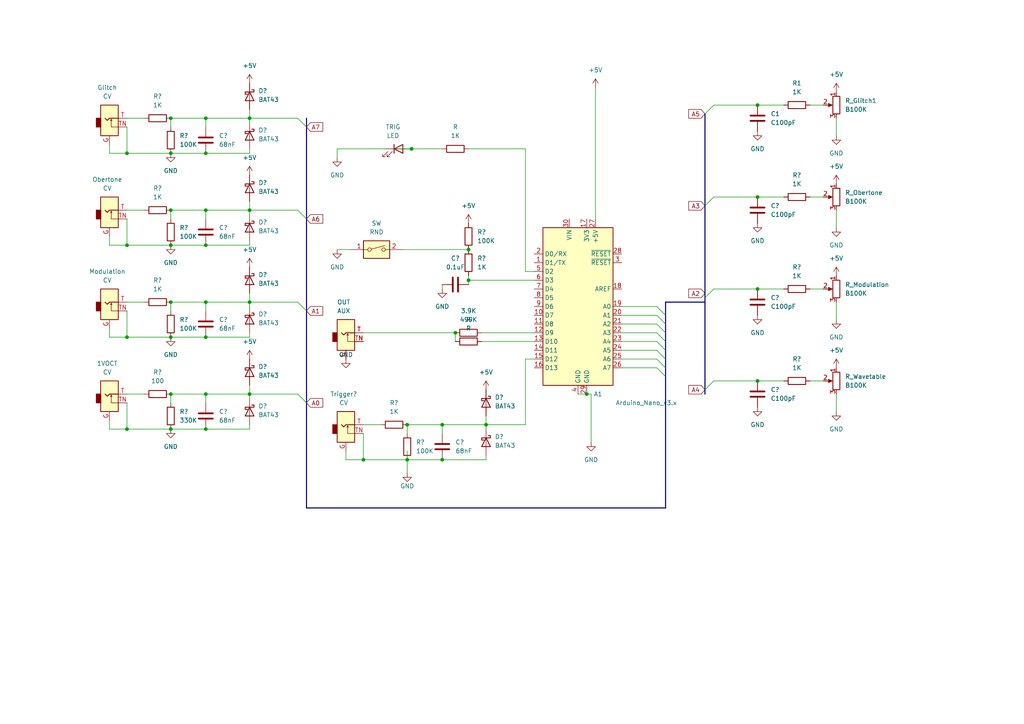
<source format=kicad_sch>
(kicad_sch (version 20211123) (generator eeschema)
  (paper "A4")
  (lib_symbols
    (symbol "Connector:AudioJack1_Ground_SwitchT"
      (property "Reference" "J" (at 0 8.89 0))
      (property "Value" "AudioJack1_Ground_SwitchT" (at 0 6.35 0))
      (symbol "AudioJack1_Ground_SwitchT_0_1"
        (rectangle (start -2.54 0) (end -3.81 -2.54) (stroke (width 0.254)) (fill (type outline)))
        (polyline (pts (xy 0.508 -0.254) (xy 0.762 -0.762)))
        (polyline (pts (xy -1.27 0) (xy -0.635 -0.635) (xy 0 0) (xy 2.54 0)) (stroke (width 0.254)))
        (polyline (pts (xy 2.54 -2.54) (xy 0.508 -2.54) (xy 0.508 -0.254) (xy 0.254 -0.762)))
        (rectangle (start 2.54 3.81) (end -2.54 -5.08) (stroke (width 0.254)) (fill (type background)))
      )
      (symbol "AudioJack1_Ground_SwitchT_1_1"
        (pin passive line (at 0 -7.62 90) (length 2.54) (name "~") (number "G"))
        (pin passive line (at 5.08 0 180) (length 2.54) (name "~") (number "T"))
        (pin passive line (at 5.08 -2.54 180) (length 2.54) (name "~") (number "TN"))
      )
    )
    (symbol "Device:C" (pin_numbers hide) (pin_names (offset 0.254))
      (property "Reference" "C" (at 0.635 2.54 0))
      (property "Value" "C" (at 0.635 -2.54 0))
      (symbol "C_0_1"
        (polyline (pts (xy -2.032 -0.762) (xy 2.032 -0.762)) (stroke (width 0.508)))
        (polyline (pts (xy -2.032 0.762) (xy 2.032 0.762)) (stroke (width 0.508)))
      )
      (symbol "C_1_1"
        (pin passive line (at 0 3.81 270) (length 2.794) (name "~") (number "1"))
        (pin passive line (at 0 -3.81 90) (length 2.794) (name "~") (number "2"))
      )
    )
    (symbol "Device:LED" (pin_numbers hide) (pin_names (offset 1.016) hide)
      (property "Reference" "D" (at 0 2.54 0))
      (property "Value" "LED" (at 0 -2.54 0))
      (symbol "LED_0_1"
        (polyline (pts (xy -1.27 -1.27) (xy -1.27 1.27)) (stroke (width 0.254)))
        (polyline (pts (xy -1.27 0) (xy 1.27 0)))
        (polyline (pts (xy 1.27 -1.27) (xy 1.27 1.27) (xy -1.27 0) (xy 1.27 -1.27)) (stroke (width 0.254)))
        (polyline (pts (xy -3.048 -0.762) (xy -4.572 -2.286) (xy -3.81 -2.286) (xy -4.572 -2.286) (xy -4.572 -1.524)))
        (polyline (pts (xy -1.778 -0.762) (xy -3.302 -2.286) (xy -2.54 -2.286) (xy -3.302 -2.286) (xy -3.302 -1.524)))
      )
      (symbol "LED_1_1"
        (pin passive line (at -3.81 0 0) (length 2.54) (name "K") (number "1"))
        (pin passive line (at 3.81 0 180) (length 2.54) (name "A") (number "2"))
      )
    )
    (symbol "Device:R" (pin_numbers hide) (pin_names (offset 0))
      (property "Reference" "R" (at 2.032 0 90))
      (property "Value" "R" (at 0 0 90))
      (symbol "R_0_1"
        (rectangle (start -1.016 -2.54) (end 1.016 2.54) (stroke (width 0.254)))
      )
      (symbol "R_1_1"
        (pin passive line (at 0 3.81 270) (length 1.27) (name "~") (number "1"))
        (pin passive line (at 0 -3.81 90) (length 1.27) (name "~") (number "2"))
      )
    )
    (symbol "Device:R_Potentiometer" (pin_names (offset 1.016) hide)
      (property "Reference" "RV" (at -4.445 0 90))
      (property "Value" "R_Potentiometer" (at -2.54 0 90))
      (symbol "R_Potentiometer_0_1"
        (polyline (pts (xy 2.54 0) (xy 1.524 0)))
        (polyline (pts (xy 1.143 0) (xy 2.286 0.508) (xy 2.286 -0.508) (xy 1.143 0)) (fill (type outline)))
        (rectangle (start 1.016 2.54) (end -1.016 -2.54) (stroke (width 0.254)))
      )
      (symbol "R_Potentiometer_1_1"
        (pin passive line (at 0 3.81 270) (length 1.27) (name "1") (number "1"))
        (pin passive line (at 3.81 0 180) (length 1.27) (name "2") (number "2"))
        (pin passive line (at 0 -3.81 90) (length 1.27) (name "3") (number "3"))
      )
    )
    (symbol "Diode:BAT43" (pin_numbers hide) (pin_names (offset 1.016) hide)
      (property "Reference" "D" (at 0 2.54 0))
      (property "Value" "BAT43" (at 0 -2.54 0))
      (symbol "BAT43_0_1"
        (polyline (pts (xy 1.27 0) (xy -1.27 0)))
        (polyline (pts (xy 1.27 1.27) (xy 1.27 -1.27) (xy -1.27 0) (xy 1.27 1.27)) (stroke (width 0.254)))
        (polyline (pts (xy -1.905 0.635) (xy -1.905 1.27) (xy -1.27 1.27) (xy -1.27 -1.27) (xy -0.635 -1.27) (xy -0.635 -0.635)) (stroke (width 0.254)))
      )
      (symbol "BAT43_1_1"
        (pin passive line (at -3.81 0 0) (length 2.54) (name "K") (number "1"))
        (pin passive line (at 3.81 0 180) (length 2.54) (name "A") (number "2"))
      )
    )
    (symbol "MCU_Module:Arduino_Nano_v3.x"
      (property "Reference" "A" (at -10.16 23.495 0))
      (property "Value" "Arduino_Nano_v3.x" (at 5.08 -24.13 0))
      (symbol "Arduino_Nano_v3.x_0_1"
        (rectangle (start -10.16 22.86) (end 10.16 -22.86) (stroke (width 0.254)) (fill (type background)))
      )
      (symbol "Arduino_Nano_v3.x_1_1"
        (pin bidirectional line (at -12.7 12.7 0) (length 2.54) (name "D1/TX") (number "1"))
        (pin bidirectional line (at -12.7 -2.54 0) (length 2.54) (name "D7") (number "10"))
        (pin bidirectional line (at -12.7 -5.08 0) (length 2.54) (name "D8") (number "11"))
        (pin bidirectional line (at -12.7 -7.62 0) (length 2.54) (name "D9") (number "12"))
        (pin bidirectional line (at -12.7 -10.16 0) (length 2.54) (name "D10") (number "13"))
        (pin bidirectional line (at -12.7 -12.7 0) (length 2.54) (name "D11") (number "14"))
        (pin bidirectional line (at -12.7 -15.24 0) (length 2.54) (name "D12") (number "15"))
        (pin bidirectional line (at -12.7 -17.78 0) (length 2.54) (name "D13") (number "16"))
        (pin power_out line (at 2.54 25.4 270) (length 2.54) (name "3V3") (number "17"))
        (pin input line (at 12.7 5.08 180) (length 2.54) (name "AREF") (number "18"))
        (pin bidirectional line (at 12.7 0 180) (length 2.54) (name "A0") (number "19"))
        (pin bidirectional line (at -12.7 15.24 0) (length 2.54) (name "D0/RX") (number "2"))
        (pin bidirectional line (at 12.7 -2.54 180) (length 2.54) (name "A1") (number "20"))
        (pin bidirectional line (at 12.7 -5.08 180) (length 2.54) (name "A2") (number "21"))
        (pin bidirectional line (at 12.7 -7.62 180) (length 2.54) (name "A3") (number "22"))
        (pin bidirectional line (at 12.7 -10.16 180) (length 2.54) (name "A4") (number "23"))
        (pin bidirectional line (at 12.7 -12.7 180) (length 2.54) (name "A5") (number "24"))
        (pin bidirectional line (at 12.7 -15.24 180) (length 2.54) (name "A6") (number "25"))
        (pin bidirectional line (at 12.7 -17.78 180) (length 2.54) (name "A7") (number "26"))
        (pin power_out line (at 5.08 25.4 270) (length 2.54) (name "+5V") (number "27"))
        (pin input line (at 12.7 15.24 180) (length 2.54) (name "~{RESET}") (number "28"))
        (pin power_in line (at 2.54 -25.4 90) (length 2.54) (name "GND") (number "29"))
        (pin input line (at 12.7 12.7 180) (length 2.54) (name "~{RESET}") (number "3"))
        (pin power_in line (at -2.54 25.4 270) (length 2.54) (name "VIN") (number "30"))
        (pin power_in line (at 0 -25.4 90) (length 2.54) (name "GND") (number "4"))
        (pin bidirectional line (at -12.7 10.16 0) (length 2.54) (name "D2") (number "5"))
        (pin bidirectional line (at -12.7 7.62 0) (length 2.54) (name "D3") (number "6"))
        (pin bidirectional line (at -12.7 5.08 0) (length 2.54) (name "D4") (number "7"))
        (pin bidirectional line (at -12.7 2.54 0) (length 2.54) (name "D5") (number "8"))
        (pin bidirectional line (at -12.7 0 0) (length 2.54) (name "D6") (number "9"))
      )
    )
    (symbol "Switch:SW_DIP_x01" (pin_names (offset 0) hide)
      (property "Reference" "SW" (at 0 3.81 0))
      (property "Value" "SW_DIP_x01" (at 0 -3.81 0))
      (symbol "SW_DIP_x01_0_0"
        (circle (center -2.032 0) (radius 0.508))
        (polyline (pts (xy -1.524 0.127) (xy 2.3622 1.1684)))
        (circle (center 2.032 0) (radius 0.508))
      )
      (symbol "SW_DIP_x01_0_1"
        (rectangle (start -3.81 2.54) (end 3.81 -2.54) (stroke (width 0.254)) (fill (type background)))
      )
      (symbol "SW_DIP_x01_1_1"
        (pin passive line (at -7.62 0 0) (length 5.08) (name "~") (number "1"))
        (pin passive line (at 7.62 0 180) (length 5.08) (name "~") (number "2"))
      )
    )
    (symbol "power:+5V" (power) (pin_names (offset 0))
      (property "Value" "+5V" (at 0 3.556 0))
      (symbol "+5V_0_1"
        (polyline (pts (xy -0.762 1.27) (xy 0 2.54)))
        (polyline (pts (xy 0 0) (xy 0 2.54)))
        (polyline (pts (xy 0 2.54) (xy 0.762 1.27)))
      )
      (symbol "+5V_1_1"
        (pin power_in line (at 0 0 90) (length 0) hide (name "+5V") (number "1"))
      )
    )
    (symbol "power:GND" (power) (pin_names (offset 0))
      (property "Value" "GND" (at 0 -3.81 0))
      (symbol "GND_0_1"
        (polyline (pts (xy 0 0) (xy 0 -1.27) (xy 1.27 -1.27) (xy 0 -2.54) (xy -1.27 -1.27) (xy 0 -1.27)))
      )
      (symbol "GND_1_1"
        (pin power_in line (at 0 0 270) (length 0) hide (name "GND") (number "1"))
      )
    )
  )
  (junction (at 219.71 30.48))
  (junction (at 49.53 124.46))
  (junction (at 219.71 110.49))
  (junction (at 72.39 34.29))
  (junction (at 59.69 114.3))
  (junction (at 36.83 124.46))
  (junction (at 59.69 87.63))
  (junction (at 170.18 114.3))
  (junction (at 72.39 114.3))
  (junction (at 59.69 34.29))
  (junction (at 36.83 97.79))
  (junction (at 119.38 43.18))
  (junction (at 59.69 97.79))
  (junction (at 105.41 133.35))
  (junction (at 36.83 44.45))
  (junction (at 59.69 60.96))
  (junction (at 128.27 133.35))
  (junction (at 132.08 96.52))
  (junction (at 49.53 44.45))
  (junction (at 219.71 83.82))
  (junction (at 118.11 123.19))
  (junction (at 118.11 133.35))
  (junction (at 49.53 71.12))
  (junction (at 59.69 71.12))
  (junction (at 49.53 34.29))
  (junction (at 59.69 44.45))
  (junction (at 72.39 87.63))
  (junction (at 135.89 81.28))
  (junction (at 219.71 57.15))
  (junction (at 49.53 87.63))
  (junction (at 128.27 123.19))
  (junction (at 140.97 123.19))
  (junction (at 49.53 114.3))
  (junction (at 72.39 60.96))
  (junction (at 135.89 72.39))
  (junction (at 36.83 71.12))
  (junction (at 59.69 124.46))
  (junction (at 49.53 60.96))
  (junction (at 49.53 97.79))
  (bus_entry (at 204.47 113.03) (size 2.54 -2.54))
  (bus_entry (at 204.47 86.36) (size 2.54 -2.54))
  (bus_entry (at 204.47 33.02) (size 2.54 -2.54))
  (bus_entry (at 204.47 59.69) (size 2.54 -2.54))
  (bus_entry (at 86.36 60.96) (size 2.54 2.54))
  (bus_entry (at 86.36 34.29) (size 2.54 2.54))
  (bus_entry (at 86.36 87.63) (size 2.54 2.54))
  (bus_entry (at 86.36 114.3) (size 2.54 2.54))
  (bus_entry (at 190.5 104.14) (size 2.54 2.54))
  (bus_entry (at 190.5 106.68) (size 2.54 2.54))
  (bus_entry (at 190.5 101.6) (size 2.54 2.54))
  (bus_entry (at 190.5 99.06) (size 2.54 2.54))
  (bus_entry (at 193.04 99.06) (size -2.54 -2.54))
  (bus_entry (at 193.04 96.52) (size -2.54 -2.54))
  (bus_entry (at 193.04 93.98) (size -2.54 -2.54))
  (bus_entry (at 193.04 91.44) (size -2.54 -2.54))
  (wire (pts (xy 180.34 91.44) (xy 190.5 91.44)))
  (wire (pts (xy 154.94 81.28) (xy 135.89 81.28)))
  (wire (pts (xy 170.18 114.3) (xy 167.64 114.3)))
  (wire (pts (xy 72.39 114.3) (xy 86.36 114.3)))
  (bus (pts (xy 88.9 147.32) (xy 193.04 147.32)))
  (wire (pts (xy 49.53 60.96) (xy 59.69 60.96)))
  (wire (pts (xy 59.69 87.63) (xy 72.39 87.63)))
  (wire (pts (xy 114.3 43.18) (xy 119.38 43.18)))
  (wire (pts (xy 152.4 43.18) (xy 135.89 43.18)))
  (wire (pts (xy 207.01 30.48) (xy 219.71 30.48)))
  (wire (pts (xy 238.76 57.15) (xy 234.95 57.15)))
  (wire (pts (xy 152.4 78.74) (xy 152.4 43.18)))
  (wire (pts (xy 72.39 60.96) (xy 86.36 60.96)))
  (bus (pts (xy 193.04 99.06) (xy 193.04 101.6)))
  (wire (pts (xy 72.39 96.52) (xy 72.39 97.79)))
  (wire (pts (xy 31.75 95.25) (xy 31.75 97.79)))
  (wire (pts (xy 36.83 36.83) (xy 36.83 44.45)))
  (wire (pts (xy 59.69 44.45) (xy 72.39 44.45)))
  (wire (pts (xy 49.53 44.45) (xy 59.69 44.45)))
  (bus (pts (xy 204.47 33.02) (xy 204.47 59.69)))
  (wire (pts (xy 119.38 43.18) (xy 128.27 43.18)))
  (wire (pts (xy 36.83 97.79) (xy 49.53 97.79)))
  (bus (pts (xy 88.9 90.17) (xy 88.9 116.84)))
  (wire (pts (xy 36.83 114.3) (xy 41.91 114.3)))
  (wire (pts (xy 59.69 60.96) (xy 59.69 63.5)))
  (wire (pts (xy 118.11 130.81) (xy 118.11 133.35)))
  (bus (pts (xy 204.47 59.69) (xy 204.47 86.36)))
  (wire (pts (xy 36.83 90.17) (xy 36.83 97.79)))
  (wire (pts (xy 72.39 31.75) (xy 72.39 34.29)))
  (wire (pts (xy 207.01 110.49) (xy 219.71 110.49)))
  (wire (pts (xy 152.4 104.14) (xy 152.4 123.19)))
  (wire (pts (xy 49.53 114.3) (xy 49.53 116.84)))
  (wire (pts (xy 105.41 123.19) (xy 110.49 123.19)))
  (wire (pts (xy 72.39 34.29) (xy 72.39 35.56)))
  (bus (pts (xy 193.04 104.14) (xy 193.04 106.68)))
  (wire (pts (xy 36.83 63.5) (xy 36.83 71.12)))
  (wire (pts (xy 171.45 114.3) (xy 170.18 114.3)))
  (bus (pts (xy 204.47 113.03) (xy 204.47 114.3)))
  (wire (pts (xy 49.53 60.96) (xy 49.53 63.5)))
  (wire (pts (xy 97.79 72.39) (xy 101.6 72.39)))
  (wire (pts (xy 207.01 57.15) (xy 219.71 57.15)))
  (wire (pts (xy 36.83 44.45) (xy 49.53 44.45)))
  (wire (pts (xy 140.97 132.08) (xy 140.97 133.35)))
  (wire (pts (xy 100.33 133.35) (xy 105.41 133.35)))
  (wire (pts (xy 36.83 124.46) (xy 49.53 124.46)))
  (wire (pts (xy 105.41 96.52) (xy 132.08 96.52)))
  (wire (pts (xy 128.27 123.19) (xy 140.97 123.19)))
  (wire (pts (xy 31.75 41.91) (xy 31.75 44.45)))
  (wire (pts (xy 31.75 124.46) (xy 36.83 124.46)))
  (wire (pts (xy 111.76 43.18) (xy 97.79 43.18)))
  (wire (pts (xy 242.57 39.37) (xy 242.57 34.29)))
  (wire (pts (xy 180.34 104.14) (xy 190.5 104.14)))
  (wire (pts (xy 31.75 71.12) (xy 36.83 71.12)))
  (bus (pts (xy 204.47 87.63) (xy 193.04 87.63)))
  (wire (pts (xy 135.89 81.28) (xy 135.89 82.55)))
  (wire (pts (xy 139.7 96.52) (xy 154.94 96.52)))
  (wire (pts (xy 72.39 87.63) (xy 72.39 88.9)))
  (bus (pts (xy 193.04 106.68) (xy 193.04 109.22)))
  (wire (pts (xy 31.75 121.92) (xy 31.75 124.46)))
  (bus (pts (xy 193.04 96.52) (xy 193.04 99.06)))
  (wire (pts (xy 242.57 119.38) (xy 242.57 114.3)))
  (wire (pts (xy 59.69 114.3) (xy 72.39 114.3)))
  (wire (pts (xy 180.34 88.9) (xy 190.5 88.9)))
  (wire (pts (xy 72.39 43.18) (xy 72.39 44.45)))
  (bus (pts (xy 204.47 87.63) (xy 204.47 113.03)))
  (bus (pts (xy 193.04 109.22) (xy 193.04 147.32)))
  (wire (pts (xy 36.83 34.29) (xy 41.91 34.29)))
  (wire (pts (xy 49.53 87.63) (xy 49.53 90.17)))
  (bus (pts (xy 88.9 34.29) (xy 88.9 36.83)))
  (wire (pts (xy 49.53 97.79) (xy 59.69 97.79)))
  (bus (pts (xy 193.04 87.63) (xy 193.04 91.44)))
  (wire (pts (xy 180.34 99.06) (xy 190.5 99.06)))
  (wire (pts (xy 36.83 71.12) (xy 49.53 71.12)))
  (wire (pts (xy 36.83 116.84) (xy 36.83 124.46)))
  (wire (pts (xy 139.7 99.06) (xy 154.94 99.06)))
  (wire (pts (xy 135.89 80.01) (xy 135.89 81.28)))
  (wire (pts (xy 227.33 83.82) (xy 219.71 83.82)))
  (wire (pts (xy 59.69 34.29) (xy 72.39 34.29)))
  (wire (pts (xy 36.83 60.96) (xy 41.91 60.96)))
  (wire (pts (xy 100.33 130.81) (xy 100.33 133.35)))
  (wire (pts (xy 180.34 96.52) (xy 190.5 96.52)))
  (wire (pts (xy 152.4 123.19) (xy 140.97 123.19)))
  (wire (pts (xy 105.41 125.73) (xy 105.41 133.35)))
  (wire (pts (xy 36.83 87.63) (xy 41.91 87.63)))
  (wire (pts (xy 180.34 93.98) (xy 190.5 93.98)))
  (wire (pts (xy 59.69 124.46) (xy 72.39 124.46)))
  (wire (pts (xy 105.41 133.35) (xy 118.11 133.35)))
  (bus (pts (xy 193.04 91.44) (xy 193.04 93.98)))
  (wire (pts (xy 59.69 114.3) (xy 59.69 116.84)))
  (bus (pts (xy 88.9 63.5) (xy 88.9 90.17)))
  (wire (pts (xy 72.39 111.76) (xy 72.39 114.3)))
  (wire (pts (xy 118.11 133.35) (xy 128.27 133.35)))
  (bus (pts (xy 193.04 101.6) (xy 193.04 104.14)))
  (wire (pts (xy 238.76 83.82) (xy 234.95 83.82)))
  (bus (pts (xy 193.04 93.98) (xy 193.04 96.52)))
  (wire (pts (xy 72.39 87.63) (xy 86.36 87.63)))
  (wire (pts (xy 118.11 123.19) (xy 118.11 125.73)))
  (wire (pts (xy 154.94 104.14) (xy 152.4 104.14)))
  (wire (pts (xy 238.76 110.49) (xy 234.95 110.49)))
  (wire (pts (xy 97.79 43.18) (xy 97.79 45.72)))
  (wire (pts (xy 180.34 101.6) (xy 190.5 101.6)))
  (wire (pts (xy 49.53 87.63) (xy 59.69 87.63)))
  (wire (pts (xy 128.27 82.55) (xy 128.27 83.82)))
  (wire (pts (xy 72.39 114.3) (xy 72.39 115.57)))
  (bus (pts (xy 88.9 36.83) (xy 88.9 63.5)))
  (wire (pts (xy 72.39 58.42) (xy 72.39 60.96)))
  (wire (pts (xy 207.01 83.82) (xy 219.71 83.82)))
  (wire (pts (xy 238.76 30.48) (xy 234.95 30.48)))
  (wire (pts (xy 72.39 85.09) (xy 72.39 87.63)))
  (wire (pts (xy 59.69 97.79) (xy 72.39 97.79)))
  (wire (pts (xy 59.69 60.96) (xy 72.39 60.96)))
  (wire (pts (xy 152.4 78.74) (xy 154.94 78.74)))
  (wire (pts (xy 171.45 128.27) (xy 171.45 114.3)))
  (wire (pts (xy 242.57 66.04) (xy 242.57 60.96)))
  (wire (pts (xy 31.75 97.79) (xy 36.83 97.79)))
  (wire (pts (xy 59.69 71.12) (xy 72.39 71.12)))
  (wire (pts (xy 118.11 123.19) (xy 128.27 123.19)))
  (wire (pts (xy 132.08 96.52) (xy 132.08 99.06)))
  (wire (pts (xy 31.75 44.45) (xy 36.83 44.45)))
  (wire (pts (xy 140.97 123.19) (xy 140.97 124.46)))
  (wire (pts (xy 31.75 68.58) (xy 31.75 71.12)))
  (wire (pts (xy 128.27 133.35) (xy 140.97 133.35)))
  (wire (pts (xy 118.11 133.35) (xy 118.11 137.16)))
  (wire (pts (xy 140.97 120.65) (xy 140.97 123.19)))
  (bus (pts (xy 88.9 147.32) (xy 88.9 116.84)))
  (wire (pts (xy 59.69 87.63) (xy 59.69 90.17)))
  (wire (pts (xy 49.53 71.12) (xy 59.69 71.12)))
  (wire (pts (xy 172.72 25.4) (xy 172.72 63.5)))
  (wire (pts (xy 49.53 124.46) (xy 59.69 124.46)))
  (bus (pts (xy 204.47 86.36) (xy 204.47 87.63)))
  (wire (pts (xy 49.53 34.29) (xy 49.53 36.83)))
  (wire (pts (xy 49.53 114.3) (xy 59.69 114.3)))
  (wire (pts (xy 72.39 123.19) (xy 72.39 124.46)))
  (wire (pts (xy 227.33 30.48) (xy 219.71 30.48)))
  (wire (pts (xy 227.33 57.15) (xy 219.71 57.15)))
  (wire (pts (xy 227.33 110.49) (xy 219.71 110.49)))
  (wire (pts (xy 59.69 34.29) (xy 59.69 36.83)))
  (wire (pts (xy 72.39 34.29) (xy 86.36 34.29)))
  (wire (pts (xy 128.27 123.19) (xy 128.27 125.73)))
  (wire (pts (xy 242.57 92.71) (xy 242.57 87.63)))
  (wire (pts (xy 72.39 69.85) (xy 72.39 71.12)))
  (wire (pts (xy 72.39 60.96) (xy 72.39 62.23)))
  (wire (pts (xy 180.34 106.68) (xy 190.5 106.68)))
  (wire (pts (xy 49.53 34.29) (xy 59.69 34.29)))
  (wire (pts (xy 116.84 72.39) (xy 135.89 72.39)))
  (global_label "A5" (shape input) (at 204.47 33.02 180) (property "Обозначения листов" "${INTERSHEET_REFS}" (effects hide)))
  (global_label "A0" (shape input) (at 88.9 116.84 0) (property "Обозначения листов" "${INTERSHEET_REFS}" (effects hide)))
  (global_label "A1" (shape input) (at 88.9 90.17 0) (property "Обозначения листов" "${INTERSHEET_REFS}" (effects hide)))
  (global_label "A7" (shape input) (at 88.9 36.83 0) (property "Обозначения листов" "${INTERSHEET_REFS}" (effects hide)))
  (global_label "A4" (shape input) (at 204.47 113.03 180) (property "Обозначения листов" "${INTERSHEET_REFS}" (effects hide)))
  (global_label "A3" (shape input) (at 204.47 59.69 180) (property "Обозначения листов" "${INTERSHEET_REFS}" (effects hide)))
  (global_label "A2" (shape input) (at 204.47 85.09 180) (property "Обозначения листов" "${INTERSHEET_REFS}" (effects hide)))
  (global_label "A6" (shape input) (at 88.9 63.5 0) (property "Обозначения листов" "${INTERSHEET_REFS}" (effects hide)))
  (symbol (lib_id "Device:R") (at 49.53 120.65 0) (unit 1)
    (property "Reference" "R?" (at 52.07 119.3799 0) (effects (justify left)))
    (property "Value" "330K" (at 52.07 121.9199 0) (effects (justify left)))
  )
  (symbol (lib_id "power:GND") (at 97.79 45.72 0) (unit 1)
    (property "Reference" "#PWR?" (effects hide))
    (property "Value" "GND" (at 97.79 50.8 0))
  )
  (symbol (lib_id "power:+5V") (at 135.89 64.77 0) (unit 1)
    (property "Reference" "#PWR?" (effects hide))
    (property "Value" "+5V" (at 135.89 59.69 0))
  )
  (symbol (lib_id "Diode:BAT43") (at 72.39 92.71 270) (unit 1)
    (property "Reference" "D?" (at 74.93 91.1224 90) (effects (justify left)))
    (property "Value" "BAT43" (at 74.93 93.6624 90) (effects (justify left)))
    (property "Footprint" "Diode_THT:D_DO-35_SOD27_P7.62mm_Horizontal" (effects hide))
    (property "Datasheet" "http://www.vishay.com/docs/85660/bat42.pdf" (effects hide))
  )
  (symbol (lib_id "Device:R") (at 49.53 67.31 0) (unit 1)
    (property "Reference" "R?" (at 52.07 66.0399 0) (effects (justify left)))
    (property "Value" "100K" (at 52.07 68.5799 0) (effects (justify left)))
  )
  (symbol (lib_id "power:GND") (at 49.53 44.45 0) (unit 1)
    (property "Reference" "#PWR?" (effects hide))
    (property "Value" "GND" (at 49.53 49.53 0))
  )
  (symbol (lib_id "Device:C") (at 59.69 67.31 0) (unit 1)
    (property "Reference" "C?" (at 63.5 66.0399 0) (effects (justify left)))
    (property "Value" "68nF" (at 63.5 68.5799 0) (effects (justify left)))
  )
  (symbol (lib_id "Diode:BAT43") (at 72.39 39.37 270) (unit 1)
    (property "Reference" "D?" (at 74.93 37.7824 90) (effects (justify left)))
    (property "Value" "BAT43" (at 74.93 40.3224 90) (effects (justify left)))
    (property "Footprint" "Diode_THT:D_DO-35_SOD27_P7.62mm_Horizontal" (effects hide))
    (property "Datasheet" "http://www.vishay.com/docs/85660/bat42.pdf" (effects hide))
  )
  (symbol (lib_id "Device:R") (at 114.3 123.19 90) (unit 1)
    (property "Reference" "R?" (at 114.3 116.84 90))
    (property "Value" "1K" (at 114.3 119.38 90))
  )
  (symbol (lib_id "Device:R") (at 135.89 96.52 90) (unit 1)
    (property "Reference" "3.9K" (at 135.89 90.17 90))
    (property "Value" "R" (at 135.89 92.71 90))
  )
  (symbol (lib_id "power:+5V") (at 72.39 24.13 0) (unit 1)
    (property "Reference" "#PWR?" (effects hide))
    (property "Value" "+5V" (at 72.39 19.05 0))
  )
  (symbol (lib_id "Device:R") (at 135.89 68.58 0) (unit 1)
    (property "Reference" "R?" (at 138.43 67.3099 0) (effects (justify left)))
    (property "Value" "100K" (at 138.43 69.8499 0) (effects (justify left)))
  )
  (symbol (lib_id "power:GND") (at 49.53 124.46 0) (unit 1)
    (property "Reference" "#PWR?" (effects hide))
    (property "Value" "GND" (at 49.53 129.54 0))
  )
  (symbol (lib_id "Connector:AudioJack1_Ground_SwitchT") (at 100.33 123.19 0) (unit 1)
    (property "Reference" "Trigger?" (at 99.695 114.3 0))
    (property "Value" "CV" (at 99.695 116.84 0))
  )
  (symbol (lib_id "Device:R") (at 132.08 43.18 90) (unit 1)
    (property "Reference" "R" (at 132.08 36.83 90))
    (property "Value" "1K" (at 132.08 39.37 90))
  )
  (symbol (lib_id "Device:C") (at 59.69 120.65 0) (unit 1)
    (property "Reference" "C?" (at 63.5 119.3799 0) (effects (justify left)))
    (property "Value" "68nF" (at 63.5 121.9199 0) (effects (justify left)))
  )
  (symbol (lib_id "Device:C") (at 59.69 40.64 0) (unit 1)
    (property "Reference" "C?" (at 63.5 39.3699 0) (effects (justify left)))
    (property "Value" "68nF" (at 63.5 41.9099 0) (effects (justify left)))
  )
  (symbol (lib_id "power:GND") (at 118.11 137.16 0) (unit 1)
    (property "Reference" "#PWR?" (effects hide))
    (property "Value" "GND" (at 118.11 140.97 0))
  )
  (symbol (lib_id "power:GND") (at 49.53 97.79 0) (unit 1)
    (property "Reference" "#PWR?" (effects hide))
    (property "Value" "GND" (at 49.53 102.87 0))
  )
  (symbol (lib_id "Device:R_Potentiometer") (at 242.57 83.82 0) (mirror y) (unit 1)
    (property "Reference" "R_Modulation" (at 245.11 82.5499 0) (effects (justify right)))
    (property "Value" "B100K" (at 245.11 85.0899 0) (effects (justify right)))
  )
  (symbol (lib_id "Device:C") (at 219.71 114.3 0) (unit 1)
    (property "Reference" "C?" (at 223.52 113.0299 0) (effects (justify left)))
    (property "Value" "C100pF" (at 223.52 115.5699 0) (effects (justify left)))
  )
  (symbol (lib_id "Diode:BAT43") (at 72.39 107.95 270) (unit 1)
    (property "Reference" "D?" (at 74.93 106.3624 90) (effects (justify left)))
    (property "Value" "BAT43" (at 74.93 108.9024 90) (effects (justify left)))
    (property "Footprint" "Diode_THT:D_DO-35_SOD27_P7.62mm_Horizontal" (effects hide))
    (property "Datasheet" "http://www.vishay.com/docs/85660/bat42.pdf" (effects hide))
  )
  (symbol (lib_id "Device:R") (at 49.53 93.98 0) (unit 1)
    (property "Reference" "R?" (at 52.07 92.7099 0) (effects (justify left)))
    (property "Value" "100K" (at 52.07 95.2499 0) (effects (justify left)))
  )
  (symbol (lib_id "power:+5V") (at 72.39 104.14 0) (unit 1)
    (property "Reference" "#PWR?" (effects hide))
    (property "Value" "+5V" (at 72.39 99.06 0))
  )
  (symbol (lib_id "Connector:AudioJack1_Ground_SwitchT") (at 31.75 114.3 0) (unit 1)
    (property "Reference" "1VOCT" (at 31.115 105.41 0))
    (property "Value" "CV" (at 31.115 107.95 0))
  )
  (symbol (lib_id "Device:R") (at 231.14 57.15 90) (unit 1)
    (property "Reference" "R?" (at 231.14 50.8 90))
    (property "Value" "1K" (at 231.14 53.34 90))
  )
  (symbol (lib_id "Device:R_Potentiometer") (at 242.57 30.48 0) (mirror y) (unit 1)
    (property "Reference" "R_Glitch1" (at 245.11 29.2099 0) (effects (justify right)))
    (property "Value" "B100K" (at 245.11 31.7499 0) (effects (justify right)))
  )
  (symbol (lib_id "Device:R") (at 135.89 76.2 180) (unit 1)
    (property "Reference" "R?" (at 138.43 74.9299 0) (effects (justify right)))
    (property "Value" "1K" (at 138.43 77.4699 0) (effects (justify right)))
  )
  (symbol (lib_id "power:GND") (at 100.33 104.14 0) (unit 1)
    (property "Reference" "#PWR?" (effects hide))
    (property "Value" "GND" (at 100.33 102.87 0))
  )
  (symbol (lib_id "Switch:SW_DIP_x01") (at 109.22 72.39 0) (unit 1)
    (property "Reference" "SW" (at 109.22 64.77 0))
    (property "Value" "RND" (at 109.22 67.31 0))
  )
  (symbol (lib_id "Connector:AudioJack1_Ground_SwitchT") (at 31.75 60.96 0) (unit 1)
    (property "Reference" "Obertone" (at 31.115 52.07 0))
    (property "Value" "CV" (at 31.115 54.61 0))
  )
  (symbol (lib_id "MCU_Module:Arduino_Nano_v3.x") (at 167.64 88.9 0) (unit 1)
    (property "Reference" "A1" (at 172.1994 114.3 0) (effects (justify left)))
    (property "Value" "Arduino_Nano_v3.x" (at 178.5494 116.84 0) (effects (justify left)))
    (property "Footprint" "Module:Arduino_Nano" (effects hide))
    (property "Datasheet" "http://www.mouser.com/pdfdocs/Gravitech_Arduino_Nano3_0.pdf" (effects hide))
  )
  (symbol (lib_id "Device:C") (at 132.08 82.55 90) (unit 1)
    (property "Reference" "C?" (at 132.08 74.93 90))
    (property "Value" "0.1uF" (at 132.08 77.47 90))
  )
  (symbol (lib_id "power:GND") (at 219.71 91.44 0) (unit 1)
    (property "Reference" "#PWR?" (effects hide))
    (property "Value" "GND" (at 219.71 96.52 0))
  )
  (symbol (lib_id "Diode:BAT43") (at 72.39 54.61 270) (unit 1)
    (property "Reference" "D?" (at 74.93 53.0224 90) (effects (justify left)))
    (property "Value" "BAT43" (at 74.93 55.5624 90) (effects (justify left)))
    (property "Footprint" "Diode_THT:D_DO-35_SOD27_P7.62mm_Horizontal" (effects hide))
    (property "Datasheet" "http://www.vishay.com/docs/85660/bat42.pdf" (effects hide))
  )
  (symbol (lib_id "power:GND") (at 242.57 92.71 0) (unit 1)
    (property "Reference" "#PWR?" (effects hide))
    (property "Value" "GND" (at 242.57 97.79 0))
  )
  (symbol (lib_id "Device:LED") (at 115.57 43.18 0) (unit 1)
    (property "Reference" "TRIG" (at 113.9825 36.83 0))
    (property "Value" "LED" (at 113.9825 39.37 0))
  )
  (symbol (lib_id "Diode:BAT43") (at 72.39 66.04 270) (unit 1)
    (property "Reference" "D?" (at 74.93 64.4524 90) (effects (justify left)))
    (property "Value" "BAT43" (at 74.93 66.9924 90) (effects (justify left)))
    (property "Footprint" "Diode_THT:D_DO-35_SOD27_P7.62mm_Horizontal" (effects hide))
    (property "Datasheet" "http://www.vishay.com/docs/85660/bat42.pdf" (effects hide))
  )
  (symbol (lib_id "Connector:AudioJack1_Ground_SwitchT") (at 31.75 87.63 0) (unit 1)
    (property "Reference" "Modulation" (at 31.115 78.74 0))
    (property "Value" "CV" (at 31.115 81.28 0))
  )
  (symbol (lib_id "power:GND") (at 242.57 39.37 0) (unit 1)
    (property "Reference" "#PWR0104" (effects hide))
    (property "Value" "GND" (at 242.57 44.45 0))
  )
  (symbol (lib_id "power:GND") (at 219.71 64.77 0) (unit 1)
    (property "Reference" "#PWR?" (effects hide))
    (property "Value" "GND" (at 219.71 69.85 0))
  )
  (symbol (lib_id "power:+5V") (at 72.39 50.8 0) (unit 1)
    (property "Reference" "#PWR?" (effects hide))
    (property "Value" "+5V" (at 72.39 45.72 0))
  )
  (symbol (lib_id "Device:C") (at 219.71 87.63 0) (unit 1)
    (property "Reference" "C?" (at 223.52 86.3599 0) (effects (justify left)))
    (property "Value" "C100pF" (at 223.52 88.8999 0) (effects (justify left)))
  )
  (symbol (lib_id "power:GND") (at 97.79 72.39 0) (unit 1)
    (property "Reference" "#PWR?" (effects hide))
    (property "Value" "GND" (at 97.79 77.47 0))
  )
  (symbol (lib_id "power:+5V") (at 242.57 106.68 0) (unit 1)
    (property "Reference" "#PWR?" (effects hide))
    (property "Value" "+5V" (at 242.57 101.6 0))
  )
  (symbol (lib_id "power:GND") (at 171.45 128.27 0) (unit 1)
    (property "Reference" "#PWR0103" (effects hide))
    (property "Value" "GND" (at 171.45 133.35 0))
  )
  (symbol (lib_id "Connector:AudioJack1_Ground_SwitchT") (at 100.33 96.52 0) (unit 1)
    (property "Reference" "OUT" (at 99.695 87.63 0))
    (property "Value" "AUX" (at 99.695 90.17 0))
  )
  (symbol (lib_id "Device:R") (at 231.14 110.49 90) (unit 1)
    (property "Reference" "R?" (at 231.14 104.14 90))
    (property "Value" "1K" (at 231.14 106.68 90))
  )
  (symbol (lib_id "Device:R") (at 45.72 87.63 90) (unit 1)
    (property "Reference" "R?" (at 45.72 81.28 90))
    (property "Value" "1K" (at 45.72 83.82 90))
  )
  (symbol (lib_id "Device:C") (at 59.69 93.98 0) (unit 1)
    (property "Reference" "C?" (at 63.5 92.7099 0) (effects (justify left)))
    (property "Value" "68nF" (at 63.5 95.2499 0) (effects (justify left)))
  )
  (symbol (lib_id "Device:C") (at 219.71 34.29 0) (unit 1)
    (property "Reference" "C1" (at 223.52 33.0199 0) (effects (justify left)))
    (property "Value" "C100pF" (at 223.52 35.5599 0) (effects (justify left)))
  )
  (symbol (lib_id "Device:R") (at 49.53 40.64 0) (unit 1)
    (property "Reference" "R?" (at 52.07 39.3699 0) (effects (justify left)))
    (property "Value" "100K" (at 52.07 41.9099 0) (effects (justify left)))
  )
  (symbol (lib_id "Device:C") (at 219.71 60.96 0) (unit 1)
    (property "Reference" "C?" (at 223.52 59.6899 0) (effects (justify left)))
    (property "Value" "C100pF" (at 223.52 62.2299 0) (effects (justify left)))
  )
  (symbol (lib_id "Device:R") (at 231.14 83.82 90) (unit 1)
    (property "Reference" "R?" (at 231.14 77.47 90))
    (property "Value" "1K" (at 231.14 80.01 90))
  )
  (symbol (lib_id "power:GND") (at 219.71 38.1 0) (unit 1)
    (property "Reference" "#PWR?" (effects hide))
    (property "Value" "GND" (at 219.71 43.18 0))
  )
  (symbol (lib_id "Diode:BAT43") (at 72.39 81.28 270) (unit 1)
    (property "Reference" "D?" (at 74.93 79.6924 90) (effects (justify left)))
    (property "Value" "BAT43" (at 74.93 82.2324 90) (effects (justify left)))
    (property "Footprint" "Diode_THT:D_DO-35_SOD27_P7.62mm_Horizontal" (effects hide))
    (property "Datasheet" "http://www.vishay.com/docs/85660/bat42.pdf" (effects hide))
  )
  (symbol (lib_id "power:+5V") (at 242.57 26.67 0) (unit 1)
    (property "Reference" "#PWR0102" (effects hide))
    (property "Value" "+5V" (at 242.57 21.59 0))
  )
  (symbol (lib_id "power:+5V") (at 172.72 25.4 0) (unit 1)
    (property "Reference" "#PWR0105" (effects hide))
    (property "Value" "+5V" (at 172.72 20.32 0))
  )
  (symbol (lib_id "power:GND") (at 49.53 71.12 0) (unit 1)
    (property "Reference" "#PWR?" (effects hide))
    (property "Value" "GND" (at 49.53 76.2 0))
  )
  (symbol (lib_id "Device:R_Potentiometer") (at 242.57 110.49 0) (mirror y) (unit 1)
    (property "Reference" "R_Wavetable" (at 245.11 109.2199 0) (effects (justify right)))
    (property "Value" "B100K" (at 245.11 111.7599 0) (effects (justify right)))
  )
  (symbol (lib_id "Device:R") (at 118.11 129.54 0) (unit 1)
    (property "Reference" "R?" (at 120.65 128.2699 0) (effects (justify left)))
    (property "Value" "100K" (at 120.65 130.8099 0) (effects (justify left)))
  )
  (symbol (lib_id "Device:R") (at 45.72 114.3 90) (unit 1)
    (property "Reference" "R?" (at 45.72 107.95 90))
    (property "Value" "100" (at 45.72 110.49 90))
  )
  (symbol (lib_id "Device:R") (at 135.89 99.06 90) (unit 1)
    (property "Reference" "499K" (at 135.89 92.71 90))
    (property "Value" "R" (at 135.89 95.25 90))
  )
  (symbol (lib_id "power:+5V") (at 72.39 77.47 0) (unit 1)
    (property "Reference" "#PWR?" (effects hide))
    (property "Value" "+5V" (at 72.39 72.39 0))
  )
  (symbol (lib_id "Connector:AudioJack1_Ground_SwitchT") (at 31.75 34.29 0) (unit 1)
    (property "Reference" "Glitch" (at 31.115 25.4 0))
    (property "Value" "CV" (at 31.115 27.94 0))
  )
  (symbol (lib_id "power:GND") (at 128.27 83.82 0) (unit 1)
    (property "Reference" "#PWR?" (effects hide))
    (property "Value" "GND" (at 128.27 88.9 0))
  )
  (symbol (lib_id "Diode:BAT43") (at 140.97 128.27 270) (unit 1)
    (property "Reference" "D?" (at 143.51 126.6824 90) (effects (justify left)))
    (property "Value" "BAT43" (at 143.51 129.2224 90) (effects (justify left)))
    (property "Footprint" "Diode_THT:D_DO-35_SOD27_P7.62mm_Horizontal" (effects hide))
    (property "Datasheet" "http://www.vishay.com/docs/85660/bat42.pdf" (effects hide))
  )
  (symbol (lib_id "power:+5V") (at 140.97 113.03 0) (unit 1)
    (property "Reference" "#PWR?" (effects hide))
    (property "Value" "+5V" (at 140.97 107.95 0))
  )
  (symbol (lib_id "power:GND") (at 219.71 118.11 0) (unit 1)
    (property "Reference" "#PWR?" (effects hide))
    (property "Value" "GND" (at 219.71 123.19 0))
  )
  (symbol (lib_id "power:+5V") (at 242.57 80.01 0) (unit 1)
    (property "Reference" "#PWR?" (effects hide))
    (property "Value" "+5V" (at 242.57 74.93 0))
  )
  (symbol (lib_id "power:GND") (at 242.57 119.38 0) (unit 1)
    (property "Reference" "#PWR?" (effects hide))
    (property "Value" "GND" (at 242.57 124.46 0))
  )
  (symbol (lib_id "Device:C") (at 128.27 129.54 0) (unit 1)
    (property "Reference" "C?" (at 132.08 128.2699 0) (effects (justify left)))
    (property "Value" "68nF" (at 132.08 130.8099 0) (effects (justify left)))
  )
  (symbol (lib_id "power:+5V") (at 242.57 53.34 0) (unit 1)
    (property "Reference" "#PWR?" (effects hide))
    (property "Value" "+5V" (at 242.57 48.26 0))
  )
  (symbol (lib_id "Device:R") (at 231.14 30.48 90) (unit 1)
    (property "Reference" "R1" (at 231.14 24.13 90))
    (property "Value" "1K" (at 231.14 26.67 90))
  )
  (symbol (lib_id "Device:R") (at 45.72 60.96 90) (unit 1)
    (property "Reference" "R?" (at 45.72 54.61 90))
    (property "Value" "1K" (at 45.72 57.15 90))
  )
  (symbol (lib_id "Device:R") (at 45.72 34.29 90) (unit 1)
    (property "Reference" "R?" (at 45.72 27.94 90))
    (property "Value" "1K" (at 45.72 30.48 90))
  )
  (symbol (lib_id "Diode:BAT43") (at 140.97 116.84 270) (unit 1)
    (property "Reference" "D?" (at 143.51 115.2524 90) (effects (justify left)))
    (property "Value" "BAT43" (at 143.51 117.7924 90) (effects (justify left)))
    (property "Footprint" "Diode_THT:D_DO-35_SOD27_P7.62mm_Horizontal" (effects hide))
    (property "Datasheet" "http://www.vishay.com/docs/85660/bat42.pdf" (effects hide))
  )
  (symbol (lib_id "Diode:BAT43") (at 72.39 27.94 270) (unit 1)
    (property "Reference" "D?" (at 74.93 26.3524 90) (effects (justify left)))
    (property "Value" "BAT43" (at 74.93 28.8924 90) (effects (justify left)))
    (property "Footprint" "Diode_THT:D_DO-35_SOD27_P7.62mm_Horizontal" (effects hide))
    (property "Datasheet" "http://www.vishay.com/docs/85660/bat42.pdf" (effects hide))
  )
  (symbol (lib_id "power:GND") (at 242.57 66.04 0) (unit 1)
    (property "Reference" "#PWR?" (effects hide))
    (property "Value" "GND" (at 242.57 71.12 0))
  )
  (symbol (lib_id "Device:R_Potentiometer") (at 242.57 57.15 0) (mirror y) (unit 1)
    (property "Reference" "R_Obertone" (at 245.11 55.8799 0) (effects (justify right)))
    (property "Value" "B100K" (at 245.11 58.4199 0) (effects (justify right)))
  )
  (symbol (lib_id "Diode:BAT43") (at 72.39 119.38 270) (unit 1)
    (property "Reference" "D?" (at 74.93 117.7924 90) (effects (justify left)))
    (property "Value" "BAT43" (at 74.93 120.3324 90) (effects (justify left)))
    (property "Footprint" "Diode_THT:D_DO-35_SOD27_P7.62mm_Horizontal" (effects hide))
    (property "Datasheet" "http://www.vishay.com/docs/85660/bat42.pdf" (effects hide))
  )
)
</source>
